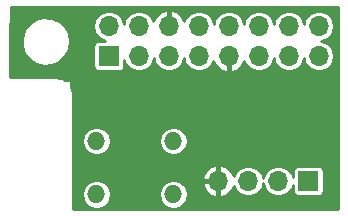
<source format=gbr>
G04 #@! TF.GenerationSoftware,KiCad,Pcbnew,(5.0.0)*
G04 #@! TF.CreationDate,2021-07-17T15:24:55-07:00*
G04 #@! TF.ProjectId,RaspberryPiHat Board,52617370626572727950694861742042,Raspberry Pi Hat *
G04 #@! TF.SameCoordinates,Original*
G04 #@! TF.FileFunction,Copper,L2,Bot,Signal*
G04 #@! TF.FilePolarity,Positive*
%FSLAX46Y46*%
G04 Gerber Fmt 4.6, Leading zero omitted, Abs format (unit mm)*
G04 Created by KiCad (PCBNEW (5.0.0)) date 07/17/21 15:24:55*
%MOMM*%
%LPD*%
G01*
G04 APERTURE LIST*
G04 #@! TA.AperFunction,ComponentPad*
%ADD10R,1.700000X1.700000*%
G04 #@! TD*
G04 #@! TA.AperFunction,ComponentPad*
%ADD11O,1.700000X1.700000*%
G04 #@! TD*
G04 #@! TA.AperFunction,ComponentPad*
%ADD12O,1.524000X1.524000*%
G04 #@! TD*
G04 #@! TA.AperFunction,ViaPad*
%ADD13C,1.000000*%
G04 #@! TD*
G04 #@! TA.AperFunction,Conductor*
%ADD14C,0.254000*%
G04 #@! TD*
G04 APERTURE END LIST*
D10*
G04 #@! TO.P,J1,1*
G04 #@! TO.N,/3V3*
X41275000Y-52933600D03*
D11*
G04 #@! TO.P,J1,2*
G04 #@! TO.N,Net-(J1-Pad2)*
X41275000Y-50393600D03*
G04 #@! TO.P,J1,3*
G04 #@! TO.N,Net-(J1-Pad3)*
X43815000Y-52933600D03*
G04 #@! TO.P,J1,4*
G04 #@! TO.N,Net-(J1-Pad4)*
X43815000Y-50393600D03*
G04 #@! TO.P,J1,5*
G04 #@! TO.N,Net-(J1-Pad5)*
X46355000Y-52933600D03*
G04 #@! TO.P,J1,6*
G04 #@! TO.N,GND*
X46355000Y-50393600D03*
G04 #@! TO.P,J1,7*
G04 #@! TO.N,Net-(J1-Pad7)*
X48895000Y-52933600D03*
G04 #@! TO.P,J1,8*
G04 #@! TO.N,/button_input*
X48895000Y-50393600D03*
G04 #@! TO.P,J1,9*
G04 #@! TO.N,GND*
X51435000Y-52933600D03*
G04 #@! TO.P,J1,10*
G04 #@! TO.N,Net-(J1-Pad10)*
X51435000Y-50393600D03*
G04 #@! TO.P,J1,11*
G04 #@! TO.N,Net-(J1-Pad11)*
X53975000Y-52933600D03*
G04 #@! TO.P,J1,12*
G04 #@! TO.N,Net-(J1-Pad12)*
X53975000Y-50393600D03*
G04 #@! TO.P,J1,13*
G04 #@! TO.N,Net-(J1-Pad13)*
X56515000Y-52933600D03*
G04 #@! TO.P,J1,14*
G04 #@! TO.N,Net-(J1-Pad14)*
X56515000Y-50393600D03*
G04 #@! TO.P,J1,15*
G04 #@! TO.N,Net-(J1-Pad15)*
X59055000Y-52933600D03*
G04 #@! TO.P,J1,16*
G04 #@! TO.N,Net-(J1-Pad16)*
X59055000Y-50393600D03*
G04 #@! TD*
D12*
G04 #@! TO.P,SW1,1*
G04 #@! TO.N,/3V3*
X46736000Y-64643000D03*
X40233600Y-64643000D03*
G04 #@! TO.P,SW1,2*
G04 #@! TO.N,/button_input*
X46736000Y-60121800D03*
X40233600Y-60121800D03*
G04 #@! TD*
D10*
G04 #@! TO.P,U1,1*
G04 #@! TO.N,/3V3*
X58166000Y-63500000D03*
D11*
G04 #@! TO.P,U1,2*
G04 #@! TO.N,Net-(J1-Pad11)*
X55626000Y-63500000D03*
G04 #@! TO.P,U1,3*
G04 #@! TO.N,N/C*
X53086000Y-63500000D03*
G04 #@! TO.P,U1,4*
G04 #@! TO.N,GND*
X50546000Y-63500000D03*
G04 #@! TD*
D13*
G04 #@! TO.N,GND*
X47421800Y-57708800D03*
X56337200Y-57785000D03*
G04 #@! TD*
D14*
G04 #@! TO.N,GND*
G36*
X60695998Y-48778002D02*
X60704001Y-48818234D01*
X60704000Y-65911000D01*
X38229000Y-65911000D01*
X38229000Y-64643000D01*
X39013150Y-64643000D01*
X39106051Y-65110046D01*
X39370612Y-65505988D01*
X39766554Y-65770549D01*
X40115709Y-65840000D01*
X40351491Y-65840000D01*
X40700646Y-65770549D01*
X41096588Y-65505988D01*
X41361149Y-65110046D01*
X41454050Y-64643000D01*
X45515550Y-64643000D01*
X45608451Y-65110046D01*
X45873012Y-65505988D01*
X46268954Y-65770549D01*
X46618109Y-65840000D01*
X46853891Y-65840000D01*
X47203046Y-65770549D01*
X47598988Y-65505988D01*
X47863549Y-65110046D01*
X47956450Y-64643000D01*
X47863549Y-64175954D01*
X47607253Y-63792380D01*
X49192207Y-63792380D01*
X49407147Y-64288198D01*
X49795467Y-64664020D01*
X50253621Y-64853787D01*
X50469000Y-64748879D01*
X50469000Y-63577000D01*
X49296886Y-63577000D01*
X49192207Y-63792380D01*
X47607253Y-63792380D01*
X47598988Y-63780012D01*
X47203046Y-63515451D01*
X46853891Y-63446000D01*
X46618109Y-63446000D01*
X46268954Y-63515451D01*
X45873012Y-63780012D01*
X45608451Y-64175954D01*
X45515550Y-64643000D01*
X41454050Y-64643000D01*
X41361149Y-64175954D01*
X41096588Y-63780012D01*
X40700646Y-63515451D01*
X40351491Y-63446000D01*
X40115709Y-63446000D01*
X39766554Y-63515451D01*
X39370612Y-63780012D01*
X39106051Y-64175954D01*
X39013150Y-64643000D01*
X38229000Y-64643000D01*
X38229000Y-63207620D01*
X49192207Y-63207620D01*
X49296886Y-63423000D01*
X50469000Y-63423000D01*
X50469000Y-62251121D01*
X50623000Y-62251121D01*
X50623000Y-63423000D01*
X50643000Y-63423000D01*
X50643000Y-63577000D01*
X50623000Y-63577000D01*
X50623000Y-64748879D01*
X50838379Y-64853787D01*
X51296533Y-64664020D01*
X51684853Y-64288198D01*
X51854683Y-63896439D01*
X51875557Y-64001382D01*
X52159567Y-64426433D01*
X52584618Y-64710443D01*
X52959442Y-64785000D01*
X53212558Y-64785000D01*
X53587382Y-64710443D01*
X54012433Y-64426433D01*
X54296443Y-64001382D01*
X54356000Y-63701968D01*
X54415557Y-64001382D01*
X54699567Y-64426433D01*
X55124618Y-64710443D01*
X55499442Y-64785000D01*
X55752558Y-64785000D01*
X56127382Y-64710443D01*
X56552433Y-64426433D01*
X56836443Y-64001382D01*
X56872478Y-63820222D01*
X56872478Y-64350000D01*
X56906239Y-64519729D01*
X57002383Y-64663617D01*
X57146271Y-64759761D01*
X57316000Y-64793522D01*
X59016000Y-64793522D01*
X59185729Y-64759761D01*
X59329617Y-64663617D01*
X59425761Y-64519729D01*
X59459522Y-64350000D01*
X59459522Y-62650000D01*
X59425761Y-62480271D01*
X59329617Y-62336383D01*
X59185729Y-62240239D01*
X59016000Y-62206478D01*
X57316000Y-62206478D01*
X57146271Y-62240239D01*
X57002383Y-62336383D01*
X56906239Y-62480271D01*
X56872478Y-62650000D01*
X56872478Y-63179778D01*
X56836443Y-62998618D01*
X56552433Y-62573567D01*
X56127382Y-62289557D01*
X55752558Y-62215000D01*
X55499442Y-62215000D01*
X55124618Y-62289557D01*
X54699567Y-62573567D01*
X54415557Y-62998618D01*
X54356000Y-63298032D01*
X54296443Y-62998618D01*
X54012433Y-62573567D01*
X53587382Y-62289557D01*
X53212558Y-62215000D01*
X52959442Y-62215000D01*
X52584618Y-62289557D01*
X52159567Y-62573567D01*
X51875557Y-62998618D01*
X51854683Y-63103561D01*
X51684853Y-62711802D01*
X51296533Y-62335980D01*
X50838379Y-62146213D01*
X50623000Y-62251121D01*
X50469000Y-62251121D01*
X50253621Y-62146213D01*
X49795467Y-62335980D01*
X49407147Y-62711802D01*
X49192207Y-63207620D01*
X38229000Y-63207620D01*
X38229000Y-60121800D01*
X39013150Y-60121800D01*
X39106051Y-60588846D01*
X39370612Y-60984788D01*
X39766554Y-61249349D01*
X40115709Y-61318800D01*
X40351491Y-61318800D01*
X40700646Y-61249349D01*
X41096588Y-60984788D01*
X41361149Y-60588846D01*
X41454050Y-60121800D01*
X45515550Y-60121800D01*
X45608451Y-60588846D01*
X45873012Y-60984788D01*
X46268954Y-61249349D01*
X46618109Y-61318800D01*
X46853891Y-61318800D01*
X47203046Y-61249349D01*
X47598988Y-60984788D01*
X47863549Y-60588846D01*
X47956450Y-60121800D01*
X47863549Y-59654754D01*
X47598988Y-59258812D01*
X47203046Y-58994251D01*
X46853891Y-58924800D01*
X46618109Y-58924800D01*
X46268954Y-58994251D01*
X45873012Y-59258812D01*
X45608451Y-59654754D01*
X45515550Y-60121800D01*
X41454050Y-60121800D01*
X41361149Y-59654754D01*
X41096588Y-59258812D01*
X40700646Y-58994251D01*
X40351491Y-58924800D01*
X40115709Y-58924800D01*
X39766554Y-58994251D01*
X39370612Y-59258812D01*
X39106051Y-59654754D01*
X39013150Y-60121800D01*
X38229000Y-60121800D01*
X38229000Y-56083772D01*
X38219201Y-56034509D01*
X38219201Y-56034504D01*
X38151530Y-55694298D01*
X38075379Y-55510453D01*
X38075376Y-55510450D01*
X38050849Y-55473742D01*
X38049199Y-55117412D01*
X38039306Y-55068857D01*
X38011586Y-55027783D01*
X37970257Y-55000444D01*
X37930199Y-54991252D01*
X37573450Y-54968739D01*
X37453550Y-54888624D01*
X37453547Y-54888621D01*
X37269702Y-54812470D01*
X37065156Y-54771783D01*
X37054392Y-54764591D01*
X36905628Y-54735000D01*
X33869593Y-54735000D01*
X32928162Y-54675589D01*
X32913746Y-54654014D01*
X32895000Y-54559768D01*
X32895000Y-52385221D01*
X32928117Y-51366857D01*
X33907070Y-51366857D01*
X33912381Y-52043051D01*
X34136437Y-52681067D01*
X34555077Y-53212110D01*
X35123160Y-53578916D01*
X35779431Y-53741935D01*
X36453123Y-53683587D01*
X37071593Y-53410164D01*
X37568153Y-52951149D01*
X37889257Y-52356038D01*
X38000283Y-51689000D01*
X38000029Y-51656654D01*
X37878540Y-50991443D01*
X37548127Y-50401448D01*
X37539365Y-50393600D01*
X39964826Y-50393600D01*
X40064557Y-50894982D01*
X40348567Y-51320033D01*
X40773618Y-51604043D01*
X40954778Y-51640078D01*
X40425000Y-51640078D01*
X40255271Y-51673839D01*
X40111383Y-51769983D01*
X40015239Y-51913871D01*
X39981478Y-52083600D01*
X39981478Y-53783600D01*
X40015239Y-53953329D01*
X40111383Y-54097217D01*
X40255271Y-54193361D01*
X40425000Y-54227122D01*
X42125000Y-54227122D01*
X42294729Y-54193361D01*
X42438617Y-54097217D01*
X42534761Y-53953329D01*
X42568522Y-53783600D01*
X42568522Y-53253822D01*
X42604557Y-53434982D01*
X42888567Y-53860033D01*
X43313618Y-54144043D01*
X43688442Y-54218600D01*
X43941558Y-54218600D01*
X44316382Y-54144043D01*
X44741433Y-53860033D01*
X45025443Y-53434982D01*
X45085000Y-53135568D01*
X45144557Y-53434982D01*
X45428567Y-53860033D01*
X45853618Y-54144043D01*
X46228442Y-54218600D01*
X46481558Y-54218600D01*
X46856382Y-54144043D01*
X47281433Y-53860033D01*
X47565443Y-53434982D01*
X47625000Y-53135568D01*
X47684557Y-53434982D01*
X47968567Y-53860033D01*
X48393618Y-54144043D01*
X48768442Y-54218600D01*
X49021558Y-54218600D01*
X49396382Y-54144043D01*
X49821433Y-53860033D01*
X50105443Y-53434982D01*
X50126317Y-53330039D01*
X50296147Y-53721798D01*
X50684467Y-54097620D01*
X51142621Y-54287387D01*
X51358000Y-54182479D01*
X51358000Y-53010600D01*
X51338000Y-53010600D01*
X51338000Y-52856600D01*
X51358000Y-52856600D01*
X51358000Y-52836600D01*
X51512000Y-52836600D01*
X51512000Y-52856600D01*
X51532000Y-52856600D01*
X51532000Y-53010600D01*
X51512000Y-53010600D01*
X51512000Y-54182479D01*
X51727379Y-54287387D01*
X52185533Y-54097620D01*
X52573853Y-53721798D01*
X52743683Y-53330039D01*
X52764557Y-53434982D01*
X53048567Y-53860033D01*
X53473618Y-54144043D01*
X53848442Y-54218600D01*
X54101558Y-54218600D01*
X54476382Y-54144043D01*
X54901433Y-53860033D01*
X55185443Y-53434982D01*
X55245000Y-53135568D01*
X55304557Y-53434982D01*
X55588567Y-53860033D01*
X56013618Y-54144043D01*
X56388442Y-54218600D01*
X56641558Y-54218600D01*
X57016382Y-54144043D01*
X57441433Y-53860033D01*
X57725443Y-53434982D01*
X57785000Y-53135568D01*
X57844557Y-53434982D01*
X58128567Y-53860033D01*
X58553618Y-54144043D01*
X58928442Y-54218600D01*
X59181558Y-54218600D01*
X59556382Y-54144043D01*
X59981433Y-53860033D01*
X60265443Y-53434982D01*
X60365174Y-52933600D01*
X60265443Y-52432218D01*
X59981433Y-52007167D01*
X59556382Y-51723157D01*
X59256968Y-51663600D01*
X59556382Y-51604043D01*
X59981433Y-51320033D01*
X60265443Y-50894982D01*
X60365174Y-50393600D01*
X60265443Y-49892218D01*
X59981433Y-49467167D01*
X59556382Y-49183157D01*
X59181558Y-49108600D01*
X58928442Y-49108600D01*
X58553618Y-49183157D01*
X58128567Y-49467167D01*
X57844557Y-49892218D01*
X57785000Y-50191632D01*
X57725443Y-49892218D01*
X57441433Y-49467167D01*
X57016382Y-49183157D01*
X56641558Y-49108600D01*
X56388442Y-49108600D01*
X56013618Y-49183157D01*
X55588567Y-49467167D01*
X55304557Y-49892218D01*
X55245000Y-50191632D01*
X55185443Y-49892218D01*
X54901433Y-49467167D01*
X54476382Y-49183157D01*
X54101558Y-49108600D01*
X53848442Y-49108600D01*
X53473618Y-49183157D01*
X53048567Y-49467167D01*
X52764557Y-49892218D01*
X52705000Y-50191632D01*
X52645443Y-49892218D01*
X52361433Y-49467167D01*
X51936382Y-49183157D01*
X51561558Y-49108600D01*
X51308442Y-49108600D01*
X50933618Y-49183157D01*
X50508567Y-49467167D01*
X50224557Y-49892218D01*
X50165000Y-50191632D01*
X50105443Y-49892218D01*
X49821433Y-49467167D01*
X49396382Y-49183157D01*
X49021558Y-49108600D01*
X48768442Y-49108600D01*
X48393618Y-49183157D01*
X47968567Y-49467167D01*
X47684557Y-49892218D01*
X47663683Y-49997161D01*
X47493853Y-49605402D01*
X47105533Y-49229580D01*
X46647379Y-49039813D01*
X46432000Y-49144721D01*
X46432000Y-50316600D01*
X46452000Y-50316600D01*
X46452000Y-50470600D01*
X46432000Y-50470600D01*
X46432000Y-50490600D01*
X46278000Y-50490600D01*
X46278000Y-50470600D01*
X46258000Y-50470600D01*
X46258000Y-50316600D01*
X46278000Y-50316600D01*
X46278000Y-49144721D01*
X46062621Y-49039813D01*
X45604467Y-49229580D01*
X45216147Y-49605402D01*
X45046317Y-49997161D01*
X45025443Y-49892218D01*
X44741433Y-49467167D01*
X44316382Y-49183157D01*
X43941558Y-49108600D01*
X43688442Y-49108600D01*
X43313618Y-49183157D01*
X42888567Y-49467167D01*
X42604557Y-49892218D01*
X42545000Y-50191632D01*
X42485443Y-49892218D01*
X42201433Y-49467167D01*
X41776382Y-49183157D01*
X41401558Y-49108600D01*
X41148442Y-49108600D01*
X40773618Y-49183157D01*
X40348567Y-49467167D01*
X40064557Y-49892218D01*
X39964826Y-50393600D01*
X37539365Y-50393600D01*
X37044419Y-49950290D01*
X36421730Y-49686615D01*
X35747204Y-49638856D01*
X35093575Y-49812163D01*
X34531324Y-50187847D01*
X34121076Y-50725400D01*
X33907070Y-51366857D01*
X32928117Y-51366857D01*
X33012568Y-48770000D01*
X60655767Y-48770000D01*
X60695998Y-48778002D01*
X60695998Y-48778002D01*
G37*
X60695998Y-48778002D02*
X60704001Y-48818234D01*
X60704000Y-65911000D01*
X38229000Y-65911000D01*
X38229000Y-64643000D01*
X39013150Y-64643000D01*
X39106051Y-65110046D01*
X39370612Y-65505988D01*
X39766554Y-65770549D01*
X40115709Y-65840000D01*
X40351491Y-65840000D01*
X40700646Y-65770549D01*
X41096588Y-65505988D01*
X41361149Y-65110046D01*
X41454050Y-64643000D01*
X45515550Y-64643000D01*
X45608451Y-65110046D01*
X45873012Y-65505988D01*
X46268954Y-65770549D01*
X46618109Y-65840000D01*
X46853891Y-65840000D01*
X47203046Y-65770549D01*
X47598988Y-65505988D01*
X47863549Y-65110046D01*
X47956450Y-64643000D01*
X47863549Y-64175954D01*
X47607253Y-63792380D01*
X49192207Y-63792380D01*
X49407147Y-64288198D01*
X49795467Y-64664020D01*
X50253621Y-64853787D01*
X50469000Y-64748879D01*
X50469000Y-63577000D01*
X49296886Y-63577000D01*
X49192207Y-63792380D01*
X47607253Y-63792380D01*
X47598988Y-63780012D01*
X47203046Y-63515451D01*
X46853891Y-63446000D01*
X46618109Y-63446000D01*
X46268954Y-63515451D01*
X45873012Y-63780012D01*
X45608451Y-64175954D01*
X45515550Y-64643000D01*
X41454050Y-64643000D01*
X41361149Y-64175954D01*
X41096588Y-63780012D01*
X40700646Y-63515451D01*
X40351491Y-63446000D01*
X40115709Y-63446000D01*
X39766554Y-63515451D01*
X39370612Y-63780012D01*
X39106051Y-64175954D01*
X39013150Y-64643000D01*
X38229000Y-64643000D01*
X38229000Y-63207620D01*
X49192207Y-63207620D01*
X49296886Y-63423000D01*
X50469000Y-63423000D01*
X50469000Y-62251121D01*
X50623000Y-62251121D01*
X50623000Y-63423000D01*
X50643000Y-63423000D01*
X50643000Y-63577000D01*
X50623000Y-63577000D01*
X50623000Y-64748879D01*
X50838379Y-64853787D01*
X51296533Y-64664020D01*
X51684853Y-64288198D01*
X51854683Y-63896439D01*
X51875557Y-64001382D01*
X52159567Y-64426433D01*
X52584618Y-64710443D01*
X52959442Y-64785000D01*
X53212558Y-64785000D01*
X53587382Y-64710443D01*
X54012433Y-64426433D01*
X54296443Y-64001382D01*
X54356000Y-63701968D01*
X54415557Y-64001382D01*
X54699567Y-64426433D01*
X55124618Y-64710443D01*
X55499442Y-64785000D01*
X55752558Y-64785000D01*
X56127382Y-64710443D01*
X56552433Y-64426433D01*
X56836443Y-64001382D01*
X56872478Y-63820222D01*
X56872478Y-64350000D01*
X56906239Y-64519729D01*
X57002383Y-64663617D01*
X57146271Y-64759761D01*
X57316000Y-64793522D01*
X59016000Y-64793522D01*
X59185729Y-64759761D01*
X59329617Y-64663617D01*
X59425761Y-64519729D01*
X59459522Y-64350000D01*
X59459522Y-62650000D01*
X59425761Y-62480271D01*
X59329617Y-62336383D01*
X59185729Y-62240239D01*
X59016000Y-62206478D01*
X57316000Y-62206478D01*
X57146271Y-62240239D01*
X57002383Y-62336383D01*
X56906239Y-62480271D01*
X56872478Y-62650000D01*
X56872478Y-63179778D01*
X56836443Y-62998618D01*
X56552433Y-62573567D01*
X56127382Y-62289557D01*
X55752558Y-62215000D01*
X55499442Y-62215000D01*
X55124618Y-62289557D01*
X54699567Y-62573567D01*
X54415557Y-62998618D01*
X54356000Y-63298032D01*
X54296443Y-62998618D01*
X54012433Y-62573567D01*
X53587382Y-62289557D01*
X53212558Y-62215000D01*
X52959442Y-62215000D01*
X52584618Y-62289557D01*
X52159567Y-62573567D01*
X51875557Y-62998618D01*
X51854683Y-63103561D01*
X51684853Y-62711802D01*
X51296533Y-62335980D01*
X50838379Y-62146213D01*
X50623000Y-62251121D01*
X50469000Y-62251121D01*
X50253621Y-62146213D01*
X49795467Y-62335980D01*
X49407147Y-62711802D01*
X49192207Y-63207620D01*
X38229000Y-63207620D01*
X38229000Y-60121800D01*
X39013150Y-60121800D01*
X39106051Y-60588846D01*
X39370612Y-60984788D01*
X39766554Y-61249349D01*
X40115709Y-61318800D01*
X40351491Y-61318800D01*
X40700646Y-61249349D01*
X41096588Y-60984788D01*
X41361149Y-60588846D01*
X41454050Y-60121800D01*
X45515550Y-60121800D01*
X45608451Y-60588846D01*
X45873012Y-60984788D01*
X46268954Y-61249349D01*
X46618109Y-61318800D01*
X46853891Y-61318800D01*
X47203046Y-61249349D01*
X47598988Y-60984788D01*
X47863549Y-60588846D01*
X47956450Y-60121800D01*
X47863549Y-59654754D01*
X47598988Y-59258812D01*
X47203046Y-58994251D01*
X46853891Y-58924800D01*
X46618109Y-58924800D01*
X46268954Y-58994251D01*
X45873012Y-59258812D01*
X45608451Y-59654754D01*
X45515550Y-60121800D01*
X41454050Y-60121800D01*
X41361149Y-59654754D01*
X41096588Y-59258812D01*
X40700646Y-58994251D01*
X40351491Y-58924800D01*
X40115709Y-58924800D01*
X39766554Y-58994251D01*
X39370612Y-59258812D01*
X39106051Y-59654754D01*
X39013150Y-60121800D01*
X38229000Y-60121800D01*
X38229000Y-56083772D01*
X38219201Y-56034509D01*
X38219201Y-56034504D01*
X38151530Y-55694298D01*
X38075379Y-55510453D01*
X38075376Y-55510450D01*
X38050849Y-55473742D01*
X38049199Y-55117412D01*
X38039306Y-55068857D01*
X38011586Y-55027783D01*
X37970257Y-55000444D01*
X37930199Y-54991252D01*
X37573450Y-54968739D01*
X37453550Y-54888624D01*
X37453547Y-54888621D01*
X37269702Y-54812470D01*
X37065156Y-54771783D01*
X37054392Y-54764591D01*
X36905628Y-54735000D01*
X33869593Y-54735000D01*
X32928162Y-54675589D01*
X32913746Y-54654014D01*
X32895000Y-54559768D01*
X32895000Y-52385221D01*
X32928117Y-51366857D01*
X33907070Y-51366857D01*
X33912381Y-52043051D01*
X34136437Y-52681067D01*
X34555077Y-53212110D01*
X35123160Y-53578916D01*
X35779431Y-53741935D01*
X36453123Y-53683587D01*
X37071593Y-53410164D01*
X37568153Y-52951149D01*
X37889257Y-52356038D01*
X38000283Y-51689000D01*
X38000029Y-51656654D01*
X37878540Y-50991443D01*
X37548127Y-50401448D01*
X37539365Y-50393600D01*
X39964826Y-50393600D01*
X40064557Y-50894982D01*
X40348567Y-51320033D01*
X40773618Y-51604043D01*
X40954778Y-51640078D01*
X40425000Y-51640078D01*
X40255271Y-51673839D01*
X40111383Y-51769983D01*
X40015239Y-51913871D01*
X39981478Y-52083600D01*
X39981478Y-53783600D01*
X40015239Y-53953329D01*
X40111383Y-54097217D01*
X40255271Y-54193361D01*
X40425000Y-54227122D01*
X42125000Y-54227122D01*
X42294729Y-54193361D01*
X42438617Y-54097217D01*
X42534761Y-53953329D01*
X42568522Y-53783600D01*
X42568522Y-53253822D01*
X42604557Y-53434982D01*
X42888567Y-53860033D01*
X43313618Y-54144043D01*
X43688442Y-54218600D01*
X43941558Y-54218600D01*
X44316382Y-54144043D01*
X44741433Y-53860033D01*
X45025443Y-53434982D01*
X45085000Y-53135568D01*
X45144557Y-53434982D01*
X45428567Y-53860033D01*
X45853618Y-54144043D01*
X46228442Y-54218600D01*
X46481558Y-54218600D01*
X46856382Y-54144043D01*
X47281433Y-53860033D01*
X47565443Y-53434982D01*
X47625000Y-53135568D01*
X47684557Y-53434982D01*
X47968567Y-53860033D01*
X48393618Y-54144043D01*
X48768442Y-54218600D01*
X49021558Y-54218600D01*
X49396382Y-54144043D01*
X49821433Y-53860033D01*
X50105443Y-53434982D01*
X50126317Y-53330039D01*
X50296147Y-53721798D01*
X50684467Y-54097620D01*
X51142621Y-54287387D01*
X51358000Y-54182479D01*
X51358000Y-53010600D01*
X51338000Y-53010600D01*
X51338000Y-52856600D01*
X51358000Y-52856600D01*
X51358000Y-52836600D01*
X51512000Y-52836600D01*
X51512000Y-52856600D01*
X51532000Y-52856600D01*
X51532000Y-53010600D01*
X51512000Y-53010600D01*
X51512000Y-54182479D01*
X51727379Y-54287387D01*
X52185533Y-54097620D01*
X52573853Y-53721798D01*
X52743683Y-53330039D01*
X52764557Y-53434982D01*
X53048567Y-53860033D01*
X53473618Y-54144043D01*
X53848442Y-54218600D01*
X54101558Y-54218600D01*
X54476382Y-54144043D01*
X54901433Y-53860033D01*
X55185443Y-53434982D01*
X55245000Y-53135568D01*
X55304557Y-53434982D01*
X55588567Y-53860033D01*
X56013618Y-54144043D01*
X56388442Y-54218600D01*
X56641558Y-54218600D01*
X57016382Y-54144043D01*
X57441433Y-53860033D01*
X57725443Y-53434982D01*
X57785000Y-53135568D01*
X57844557Y-53434982D01*
X58128567Y-53860033D01*
X58553618Y-54144043D01*
X58928442Y-54218600D01*
X59181558Y-54218600D01*
X59556382Y-54144043D01*
X59981433Y-53860033D01*
X60265443Y-53434982D01*
X60365174Y-52933600D01*
X60265443Y-52432218D01*
X59981433Y-52007167D01*
X59556382Y-51723157D01*
X59256968Y-51663600D01*
X59556382Y-51604043D01*
X59981433Y-51320033D01*
X60265443Y-50894982D01*
X60365174Y-50393600D01*
X60265443Y-49892218D01*
X59981433Y-49467167D01*
X59556382Y-49183157D01*
X59181558Y-49108600D01*
X58928442Y-49108600D01*
X58553618Y-49183157D01*
X58128567Y-49467167D01*
X57844557Y-49892218D01*
X57785000Y-50191632D01*
X57725443Y-49892218D01*
X57441433Y-49467167D01*
X57016382Y-49183157D01*
X56641558Y-49108600D01*
X56388442Y-49108600D01*
X56013618Y-49183157D01*
X55588567Y-49467167D01*
X55304557Y-49892218D01*
X55245000Y-50191632D01*
X55185443Y-49892218D01*
X54901433Y-49467167D01*
X54476382Y-49183157D01*
X54101558Y-49108600D01*
X53848442Y-49108600D01*
X53473618Y-49183157D01*
X53048567Y-49467167D01*
X52764557Y-49892218D01*
X52705000Y-50191632D01*
X52645443Y-49892218D01*
X52361433Y-49467167D01*
X51936382Y-49183157D01*
X51561558Y-49108600D01*
X51308442Y-49108600D01*
X50933618Y-49183157D01*
X50508567Y-49467167D01*
X50224557Y-49892218D01*
X50165000Y-50191632D01*
X50105443Y-49892218D01*
X49821433Y-49467167D01*
X49396382Y-49183157D01*
X49021558Y-49108600D01*
X48768442Y-49108600D01*
X48393618Y-49183157D01*
X47968567Y-49467167D01*
X47684557Y-49892218D01*
X47663683Y-49997161D01*
X47493853Y-49605402D01*
X47105533Y-49229580D01*
X46647379Y-49039813D01*
X46432000Y-49144721D01*
X46432000Y-50316600D01*
X46452000Y-50316600D01*
X46452000Y-50470600D01*
X46432000Y-50470600D01*
X46432000Y-50490600D01*
X46278000Y-50490600D01*
X46278000Y-50470600D01*
X46258000Y-50470600D01*
X46258000Y-50316600D01*
X46278000Y-50316600D01*
X46278000Y-49144721D01*
X46062621Y-49039813D01*
X45604467Y-49229580D01*
X45216147Y-49605402D01*
X45046317Y-49997161D01*
X45025443Y-49892218D01*
X44741433Y-49467167D01*
X44316382Y-49183157D01*
X43941558Y-49108600D01*
X43688442Y-49108600D01*
X43313618Y-49183157D01*
X42888567Y-49467167D01*
X42604557Y-49892218D01*
X42545000Y-50191632D01*
X42485443Y-49892218D01*
X42201433Y-49467167D01*
X41776382Y-49183157D01*
X41401558Y-49108600D01*
X41148442Y-49108600D01*
X40773618Y-49183157D01*
X40348567Y-49467167D01*
X40064557Y-49892218D01*
X39964826Y-50393600D01*
X37539365Y-50393600D01*
X37044419Y-49950290D01*
X36421730Y-49686615D01*
X35747204Y-49638856D01*
X35093575Y-49812163D01*
X34531324Y-50187847D01*
X34121076Y-50725400D01*
X33907070Y-51366857D01*
X32928117Y-51366857D01*
X33012568Y-48770000D01*
X60655767Y-48770000D01*
X60695998Y-48778002D01*
G04 #@! TD*
M02*

</source>
